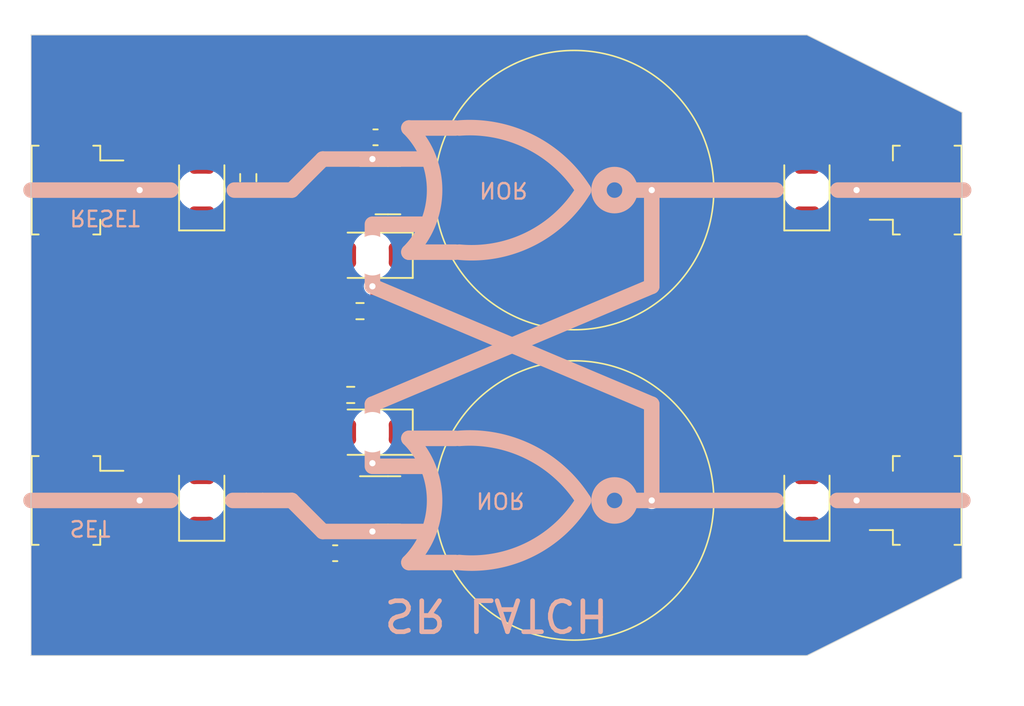
<source format=kicad_pcb>
(kicad_pcb (version 20240108) (generator "pcbnew") (generator_version "8.0")
  (layers (0 "F.Cu" signal) (31 "B.Cu" signal) (34 "B.Paste" user) (35 "F.Paste" user) (36 "B.SilkS" user "B.Silkscreen") (37 "F.SilkS" user "F.Silkscreen") (38 "B.Mask" user) (39 "F.Mask" user) (44 "Edge.Cuts" user))
  (net 0 "")
  (net 1 "GND")
  (net 2 "Net-(D1-A)")
  (net 3 "Net-(D2-A)")
  (net 4 "Net-(D3-A)")
  (net 5 "Net-(D4-A)")
  (net 6 "+5V")
  (net 7 "/~Q")
  (net 8 "/Q")
  (net 9 "/S")
  (net 10 "/R")
  (net 11 "Net-(D5-A)")
  (net 12 "Net-(D6-A)")
  (footprint "Connector_Molex:Molex_PicoBlade_53261-0371_1x03-1MP_P1.25mm_Horizontal" (layer "F.Cu") (at 120.75 115 -90)
    (property "Reference" "J3" (hide yes))
    (property "Value" "Conn_01x03_Male" (hide yes))
    (fp_line (start -2.86 2.71) (end 2.86 2.71) (stroke (width 0.12)) (layer "F.SilkS"))
    (fp_line (start 2.86 2.71) (end 2.86 2.26) (stroke (width 0.12)) (layer "F.SilkS"))
    (fp_line (start -2.86 2.26) (end -2.86 2.71) (stroke (width 0.12)) (layer "F.SilkS"))
    (fp_line (start -2.86 -1.26) (end -2.86 -1.71) (stroke (width 0.12)) (layer "F.SilkS"))
    (fp_line (start 2.86 -1.26) (end 2.86 -1.71) (stroke (width 0.12)) (layer "F.SilkS"))
    (fp_line (start -2.86 -1.71) (end -1.91 -1.71) (stroke (width 0.12)) (layer "F.SilkS"))
    (fp_line (start -1.91 -1.71) (end -1.91 -3.2) (stroke (width 0.12)) (layer "F.SilkS"))
    (fp_line (start 2.86 -1.71) (end 1.91 -1.71) (stroke (width 0.12)) (layer "F.SilkS"))
    (pad "1" smd roundrect (at -1.25 -2.4 270) (size 0.8 1.6) (layers "F.Cu" "F.Paste" "F.Mask") (net 10 "/R"))
    (pad "2" smd roundrect (at 0 -2.4 270) (size 0.8 1.6) (layers "F.Cu" "F.Paste" "F.Mask") (net 1 "GND"))
    (pad "3" smd roundrect (at 1.25 -2.4 270) (size 0.8 1.6) (layers "F.Cu" "F.Paste" "F.Mask") (net 6 "+5V"))
    (pad "MP" smd roundrect (at -3.8 0.5 270) (size 2.1 3) (layers "F.Cu" "F.Paste" "F.Mask") (roundrect_rratio 0.119048))
    (pad "MP" smd roundrect (at 3.8 0.5 270) (size 2.1 3) (layers "F.Cu" "F.Paste" "F.Mask") (roundrect_rratio 0.119048))
  )
  (footprint "Connector_Molex:Molex_PicoBlade_53261-0371_1x03-1MP_P1.25mm_Horizontal" (layer "F.Cu") (at 120.75 95 -90)
    (property "Reference" "J1" (hide yes))
    (property "Value" "Conn_01x03_Male" (hide yes))
    (fp_line (start -2.86 2.71) (end 2.86 2.71) (stroke (width 0.12)) (layer "F.SilkS"))
    (fp_line (start 2.86 2.71) (end 2.86 2.26) (stroke (width 0.12)) (layer "F.SilkS"))
    (fp_line (start -2.86 2.26) (end -2.86 2.71) (stroke (width 0.12)) (layer "F.SilkS"))
    (fp_line (start -2.86 -1.26) (end -2.86 -1.71) (stroke (width 0.12)) (layer "F.SilkS"))
    (fp_line (start 2.86 -1.26) (end 2.86 -1.71) (stroke (width 0.12)) (layer "F.SilkS"))
    (fp_line (start -2.86 -1.71) (end -1.91 -1.71) (stroke (width 0.12)) (layer "F.SilkS"))
    (fp_line (start -1.91 -1.71) (end -1.91 -3.2) (stroke (width 0.12)) (layer "F.SilkS"))
    (fp_line (start 2.86 -1.71) (end 1.91 -1.71) (stroke (width 0.12)) (layer "F.SilkS"))
    (pad "1" smd roundrect (at -1.25 -2.4 270) (size 0.8 1.6) (layers "F.Cu" "F.Paste" "F.Mask") (net 9 "/S"))
    (pad "2" smd roundrect (at 0 -2.4 270) (size 0.8 1.6) (layers "F.Cu" "F.Paste" "F.Mask") (net 1 "GND"))
    (pad "3" smd roundrect (at 1.25 -2.4 270) (size 0.8 1.6) (layers "F.Cu" "F.Paste" "F.Mask") (net 6 "+5V"))
    (pad "MP" smd roundrect (at -3.8 0.5 270) (size 2.1 3) (layers "F.Cu" "F.Paste" "F.Mask") (roundrect_rratio 0.1190480952))
    (pad "MP" smd roundrect (at 3.8 0.5 270) (size 2.1 3) (layers "F.Cu" "F.Paste" "F.Mask") (roundrect_rratio 0.1190480952))
  )
  (footprint "Resistor_SMD:R_0603_1608Metric" (layer "F.Cu") (at 139.2 102.8 180)
    (property "Reference" "R6" (hide yes))
    (property "Value" "330" (hide yes))
    (fp_line (start -0.237258 0.5225) (end 0.237258 0.5225) (stroke (width 0.12)) (layer "F.SilkS"))
    (fp_line (start -0.237258 -0.5225) (end 0.237258 -0.5225) (stroke (width 0.12)) (layer "F.SilkS"))
    (pad "1" smd roundrect (at -0.825 0 180) (size 0.8 0.95) (layers "F.Cu" "F.Paste" "F.Mask") (net 7 "/~Q"))
    (pad "2" smd roundrect (at 0.825 0 180) (size 0.8 0.95) (layers "F.Cu" "F.Paste" "F.Mask") (net 12 "Net-(D6-A)"))
  )
  (footprint "shurik-personal:LITE_ON_LTST_C230TBKT-LED_1206_3216Metric_ReverseMount" (layer "F.Cu") (at 140 99.2 180)
    (property "Reference" "D6" (hide yes))
    (property "Value" "LED" (hide yes))
    (fp_line (start 1.6 -1.46) (end -2.6 -1.46) (stroke (width 0.12)) (layer "F.SilkS"))
    (fp_line (start -2.6 1.46) (end 1.6 1.46) (stroke (width 0.12)) (layer "F.SilkS"))
    (fp_line (start -2.6 -1.46) (end -2.6 1.46) (stroke (width 0.12)) (layer "F.SilkS"))
    (pad "" np_thru_hole oval (at 0 0 180) (size 2.1 2.6) (drill oval 2.1 2.6) (layers "F&B.Cu" "*.Mask"))
    (pad "1" smd roundrect (at -1.8 0 180) (size 1.5 1.6) (layers "F.Cu" "F.Paste" "F.Mask") (roundrect_rratio 0.2) (net 1 "GND"))
    (pad "2" smd roundrect (at 1.8 0 180) (size 1.5 1.6) (layers "F.Cu" "F.Paste" "F.Mask") (roundrect_rratio 0.2) (net 12 "Net-(D6-A)"))
  )
  (footprint "Connector_Molex:Molex_PicoBlade_53261-0371_1x03-1MP_P1.25mm_Horizontal" (layer "F.Cu") (at 175.25 95 90)
    (property "Reference" "J4" (hide yes))
    (property "Value" "Conn_01x03_Male" (hide yes))
    (fp_line (start 2.86 -1.71) (end 1.91 -1.71) (stroke (width 0.12)) (layer "F.SilkS"))
    (fp_line (start -1.91 -1.71) (end -1.91 -3.2) (stroke (width 0.12)) (layer "F.SilkS"))
    (fp_line (start -2.86 -1.71) (end -1.91 -1.71) (stroke (width 0.12)) (layer "F.SilkS"))
    (fp_line (start 2.86 -1.26) (end 2.86 -1.71) (stroke (width 0.12)) (layer "F.SilkS"))
    (fp_line (start -2.86 -1.26) (end -2.86 -1.71) (stroke (width 0.12)) (layer "F.SilkS"))
    (fp_line (start -2.86 2.26) (end -2.86 2.71) (stroke (width 0.12)) (layer "F.SilkS"))
    (fp_line (start 2.86 2.71) (end 2.86 2.26) (stroke (width 0.12)) (layer "F.SilkS"))
    (fp_line (start -2.86 2.71) (end 2.86 2.71) (stroke (width 0.12)) (layer "F.SilkS"))
    (pad "1" smd roundrect (at -1.25 -2.4 90) (size 0.8 1.6) (layers "F.Cu" "F.Paste" "F.Mask") (net 8 "/Q"))
    (pad "2" smd roundrect (at 0 -2.4 90) (size 0.8 1.6) (layers "F.Cu" "F.Paste" "F.Mask") (net 1 "GND"))
    (pad "3" smd roundrect (at 1.25 -2.4 90) (size 0.8 1.6) (layers "F.Cu" "F.Paste" "F.Mask") (net 6 "+5V"))
    (pad "MP" smd roundrect (at -3.8 0.5 90) (size 2.1 3) (layers "F.Cu" "F.Paste" "F.Mask") (roundrect_rratio 0.1190480952))
    (pad "MP" smd roundrect (at 3.8 0.5 90) (size 2.1 3) (layers "F.Cu" "F.Paste" "F.Mask") (roundrect_rratio 0.1190480952))
  )
  (footprint "Connector_Molex:Molex_PicoBlade_53261-0371_1x03-1MP_P1.25mm_Horizontal" (layer "F.Cu") (at 175.25 115 90)
    (property "Reference" "J2" (hide yes))
    (property "Value" "Conn_01x03_Male" (hide yes))
    (fp_line (start 2.86 -1.71) (end 1.91 -1.71) (stroke (width 0.12)) (layer "F.SilkS"))
    (fp_line (start -1.91 -1.71) (end -1.91 -3.2) (stroke (width 0.12)) (layer "F.SilkS"))
    (fp_line (start -2.86 -1.71) (end -1.91 -1.71) (stroke (width 0.12)) (layer "F.SilkS"))
    (fp_line (start 2.86 -1.26) (end 2.86 -1.71) (stroke (width 0.12)) (layer "F.SilkS"))
    (fp_line (start -2.86 -1.26) (end -2.86 -1.71) (stroke (width 0.12)) (layer "F.SilkS"))
    (fp_line (start -2.86 2.26) (end -2.86 2.71) (stroke (width 0.12)) (layer "F.SilkS"))
    (fp_line (start 2.86 2.71) (end 2.86 2.26) (stroke (width 0.12)) (layer "F.SilkS"))
    (fp_line (start -2.86 2.71) (end 2.86 2.71) (stroke (width 0.12)) (layer "F.SilkS"))
    (pad "1" smd roundrect (at -1.25 -2.4 90) (size 0.8 1.6) (layers "F.Cu" "F.Paste" "F.Mask") (net 7 "/~Q"))
    (pad "2" smd roundrect (at 0 -2.4 90) (size 0.8 1.6) (layers "F.Cu" "F.Paste" "F.Mask") (net 1 "GND"))
    (pad "3" smd roundrect (at 1.25 -2.4 90) (size 0.8 1.6) (layers "F.Cu" "F.Paste" "F.Mask") (net 6 "+5V"))
    (pad "MP" smd roundrect (at -3.8 0.5 90) (size 2.1 3) (layers "F.Cu" "F.Paste" "F.Mask") (roundrect_rratio 0.119048))
    (pad "MP" smd roundrect (at 3.8 0.5 90) (size 2.1 3) (layers "F.Cu" "F.Paste" "F.Mask") (roundrect_rratio 0.119048))
  )
  (footprint "Resistor_SMD:R_0603_1608Metric" (layer "F.Cu") (at 138.6 108.2 180)
    (property "Reference" "R5" (hide yes))
    (property "Value" "330" (hide yes))
    (fp_line (start -0.237258 0.5225) (end 0.237258 0.5225) (stroke (width 0.12)) (layer "F.SilkS"))
    (fp_line (start -0.237258 -0.5225) (end 0.237258 -0.5225) (stroke (width 0.12)) (layer "F.SilkS"))
    (pad "1" smd roundrect (at -0.825 0 180) (size 0.8 0.95) (layers "F.Cu" "F.Paste" "F.Mask") (net 8 "/Q"))
    (pad "2" smd roundrect (at 0.825 0 180) (size 0.8 0.95) (layers "F.Cu" "F.Paste" "F.Mask") (net 11 "Net-(D5-A)"))
  )
  (footprint "shurik-personal:LITE_ON_LTST_C230TBKT-LED_1206_3216Metric_ReverseMount" (layer "F.Cu") (at 168 95 90)
    (property "Reference" "D3" (hide yes))
    (property "Value" "LED" (hide yes))
    (fp_line (start 1.6 -1.46) (end -2.6 -1.46) (stroke (width 0.12)) (layer "F.SilkS"))
    (fp_line (start -2.6 -1.46) (end -2.6 1.46) (stroke (width 0.12)) (layer "F.SilkS"))
    (fp_line (start -2.6 1.46) (end 1.6 1.46) (stroke (width 0.12)) (layer "F.SilkS"))
    (pad "" np_thru_hole oval (at 0 0 90) (size 2.1 2.6) (drill oval 2.1 2.6) (layers "F&B.Cu" "*.Mask"))
    (pad "1" smd roundrect (at -1.8 0 90) (size 1.5 1.6) (layers "F.Cu" "F.Paste" "F.Mask") (roundrect_rratio 0.2) (net 1 "GND"))
    (pad "2" smd roundrect (at 1.8 0 90) (size 1.5 1.6) (layers "F.Cu" "F.Paste" "F.Mask") (roundrect_rratio 0.2) (net 4 "Net-(D3-A)"))
  )
  (footprint "Package_TO_SOT_SMD:SOT-23-5" (layer "F.Cu") (at 141 95)
    (property "Reference" "U1" (hide yes))
    (property "Value" "74LVC1G02" (hide yes))
    (fp_line (start 0 -1.56) (end -1.8 -1.56) (stroke (width 0.12)) (layer "F.SilkS"))
    (fp_line (start 0 -1.56) (end 0.8 -1.56) (stroke (width 0.12)) (layer "F.SilkS"))
    (fp_line (start 0 1.56) (end -0.8 1.56) (stroke (width 0.12)) (layer "F.SilkS"))
    (fp_line (start 0 1.56) (end 0.8 1.56) (stroke (width 0.12)) (layer "F.SilkS"))
    (pad "1" smd roundrect (at -1.1375 -0.95) (size 1.325 0.6) (layers "F.Cu" "F.Paste" "F.Mask") (net 9 "/S"))
    (pad "2" smd roundrect (at -1.1375 0) (size 1.325 0.6) (layers "F.Cu" "F.Paste" "F.Mask") (net 7 "/~Q"))
    (pad "3" smd roundrect (at -1.1375 0.95) (size 1.325 0.6) (layers "F.Cu" "F.Paste" "F.Mask") (net 1 "GND"))
    (pad "4" smd roundrect (at 1.1375 0.95) (size 1.325 0.6) (layers "F.Cu" "F.Paste" "F.Mask") (net 8 "/Q"))
    (pad "5" smd roundrect (at 1.1375 -0.95) (size 1.325 0.6) (layers "F.Cu" "F.Paste" "F.Mask") (net 6 "+5V"))
  )
  (footprint "Resistor_SMD:R_0603_1608Metric" (layer "F.Cu") (at 165 95 90)
    (property "Reference" "R3" (hide yes))
    (property "Value" "330" (hide yes))
    (fp_line (start -0.237258 -0.5225) (end 0.237258 -0.5225) (stroke (width 0.12)) (layer "F.SilkS"))
    (fp_line (start -0.237258 0.5225) (end 0.237258 0.5225) (stroke (width 0.12)) (layer "F.SilkS"))
    (pad "1" smd roundrect (at -0.825 0 90) (size 0.8 0.95) (layers "F.Cu" "F.Paste" "F.Mask") (net 8 "/Q"))
    (pad "2" smd roundrect (at 0.825 0 90) (size 0.8 0.95) (layers "F.Cu" "F.Paste" "F.Mask") (net 4 "Net-(D3-A)"))
  )
  (footprint "shurik-personal:LITE_ON_LTST_C230TBKT-LED_1206_3216Metric_ReverseMount" (layer "F.Cu") (at 129 95 90)
    (property "Reference" "D1" (hide yes))
    (property "Value" "LED" (hide yes))
    (fp_line (start 1.6 -1.46) (end -2.6 -1.46) (stroke (width 0.12)) (layer "F.SilkS"))
    (fp_line (start -2.6 -1.46) (end -2.6 1.46) (stroke (width 0.12)) (layer "F.SilkS"))
    (fp_line (start -2.6 1.46) (end 1.6 1.46) (stroke (width 0.12)) (layer "F.SilkS"))
    (pad "" np_thru_hole oval (at 0 0 90) (size 2.1 2.6) (drill oval 2.1 2.6) (layers "F&B.Cu" "*.Mask"))
    (pad "1" smd roundrect (at -1.8 0 90) (size 1.5 1.6) (layers "F.Cu" "F.Paste" "F.Mask") (roundrect_rratio 0.2) (net 1 "GND"))
    (pad "2" smd roundrect (at 1.8 0 90) (size 1.5 1.6) (layers "F.Cu" "F.Paste" "F.Mask") (roundrect_rratio 0.2) (net 2 "Net-(D1-A)"))
  )
  (footprint "shurik-personal:LITE_ON_LTST_C230TBKT-LED_1206_3216Metric_ReverseMount" (layer "F.Cu") (at 129 115 90)
    (property "Reference" "D4" (hide yes))
    (property "Value" "LED" (hide yes))
    (fp_line (start 1.6 -1.46) (end -2.6 -1.46) (stroke (width 0.12)) (layer "F.SilkS"))
    (fp_line (start -2.6 -1.46) (end -2.6 1.46) (stroke (width 0.12)) (layer "F.SilkS"))
    (fp_line (start -2.6 1.46) (end 1.6 1.46) (stroke (width 0.12)) (layer "F.SilkS"))
    (pad "" np_thru_hole oval (at 0 0 90) (size 2.1 2.6) (drill oval 2.1 2.6) (layers "F&B.Cu" "*.Mask"))
    (pad "1" smd roundrect (at -1.8 0 90) (size 1.5 1.6) (layers "F.Cu" "F.Paste" "F.Mask") (roundrect_rratio 0.2) (net 1 "GND"))
    (pad "2" smd roundrect (at 1.8 0 90) (size 1.5 1.6) (layers "F.Cu" "F.Paste" "F.Mask") (roundrect_rratio 0.2) (net 5 "Net-(D4-A)"))
  )
  (footprint "Resistor_SMD:R_0603_1608Metric" (layer "F.Cu") (at 132.4 114.8 -90)
    (property "Reference" "R4" (hide yes))
    (property "Value" "330" (hide yes))
    (fp_line (start -0.237258 0.5225) (end 0.237258 0.5225) (stroke (width 0.12)) (layer "F.SilkS"))
    (fp_line (start -0.237258 -0.5225) (end 0.237258 -0.5225) (stroke (width 0.12)) (layer "F.SilkS"))
    (pad "1" smd roundrect (at -0.825 0 270) (size 0.8 0.95) (layers "F.Cu" "F.Paste" "F.Mask") (net 10 "/R"))
    (pad "2" smd roundrect (at 0.825 0 270) (size 0.8 0.95) (layers "F.Cu" "F.Paste" "F.Mask") (net 5 "Net-(D4-A)"))
  )
  (footprint "shurik-personal:LITE_ON_LTST_C230TBKT-LED_1206_3216Metric_ReverseMount" (layer "F.Cu") (at 140 110.6 180)
    (property "Reference" "D5" (hide yes))
    (property "Value" "LED" (hide yes))
    (fp_line (start 1.6 -1.46) (end -2.6 -1.46) (stroke (width 0.12)) (layer "F.SilkS"))
    (fp_line (start -2.6 1.46) (end 1.6 1.46) (stroke (width 0.12)) (layer "F.SilkS"))
    (fp_line (start -2.6 -1.46) (end -2.6 1.46) (stroke (width 0.12)) (layer "F.SilkS"))
    (pad "" np_thru_hole oval (at 0 0 180) (size 2.1 2.6) (drill oval 2.1 2.6) (layers "F&B.Cu" "*.Mask"))
    (pad "1" smd roundrect (at -1.8 0 180) (size 1.5 1.6) (layers "F.Cu" "F.Paste" "F.Mask") (roundrect_rratio 0.2) (net 1 "GND"))
    (pad "2" smd roundrect (at 1.8 0 180) (size 1.5 1.6) (layers "F.Cu" "F.Paste" "F.Mask") (roundrect_rratio 0.2) (net 11 "Net-(D5-A)"))
  )
  (footprint "Capacitor_SMD:C_0603_1608Metric" (layer "F.Cu") (at 140.2 91.6 180)
    (property "Reference" "C1" (hide yes))
    (property "Value" "100nF" (hide yes))
    (fp_line (start -0.14058 0.51) (end 0.14058 0.51) (stroke (width 0.12)) (layer "F.SilkS"))
    (fp_line (start -0.14058 -0.51) (end 0.14058 -0.51) (stroke (width 0.12)) (layer "F.SilkS"))
    (pad "1" smd roundrect (at -0.775 0 180) (size 0.9 0.95) (layers "F.Cu" "F.Paste" "F.Mask") (net 6 "+5V"))
    (pad "2" smd roundrect (at 0.775 0 180) (size 0.9 0.95) (layers "F.Cu" "F.Paste" "F.Mask") (net 1 "GND"))
  )
  (footprint "shurik-personal:LITE_ON_LTST_C230TBKT-LED_1206_3216Metric_ReverseMount" (layer "F.Cu") (at 168 115 90)
    (property "Reference" "D2" (hide yes))
    (property "Value" "LED" (hide yes))
    (fp_line (start 1.6 -1.46) (end -2.6 -1.46) (stroke (width 0.12)) (layer "F.SilkS"))
    (fp_line (start -2.6 -1.46) (end -2.6 1.46) (stroke (width 0.12)) (layer "F.SilkS"))
    (fp_line (start -2.6 1.46) (end 1.6 1.46) (stroke (width 0.12)) (layer "F.SilkS"))
    (pad "" np_thru_hole oval (at 0 0 90) (size 2.1 2.6) (drill oval 2.1 2.6) (layers "F&B.Cu" "*.Mask"))
    (pad "1" smd roundrect (at -1.8 0 90) (size 1.5 1.6) (layers "F.Cu" "F.Paste" "F.Mask") (roundrect_rratio 0.2) (net 1 "GND"))
    (pad "2" smd roundrect (at 1.8 0 90) (size 1.5 1.6) (layers "F.Cu" "F.Paste" "F.Mask") (roundrect_rratio 0.2) (net 3 "Net-(D2-A)"))
  )
  (footprint "Capacitor_SMD:C_0603_1608Metric" (layer "F.Cu") (at 137.6 118.4)
    (property "Reference" "C2" (hide yes))
    (property "Value" "100nF" (hide yes))
    (fp_line (start -0.14058 -0.51) (end 0.14058 -0.51) (stroke (width 0.12)) (layer "F.SilkS"))
    (fp_line (start -0.14058 0.51) (end 0.14058 0.51) (stroke (width 0.12)) (layer "F.SilkS"))
    (pad "1" smd roundrect (at -0.775 0) (size 0.9 0.95) (layers "F.Cu" "F.Paste" "F.Mask") (net 6 "+5V"))
    (pad "2" smd roundrect (at 0.775 0) (size 0.9 0.95) (layers "F.Cu" "F.Paste" "F.Mask") (net 1 "GND"))
  )
  (footprint "Resistor_SMD:R_0603_1608Metric" (layer "F.Cu") (at 132 94.2 -90)
    (property "Reference" "R1" (hide yes))
    (property "Value" "330" (hide yes))
    (fp_line (start -0.237258 0.5225) (end 0.237258 0.5225) (stroke (width 0.12)) (layer "F.SilkS"))
    (fp_line (start -0.237258 -0.5225) (end 0.237258 -0.5225) (stroke (width 0.12)) (layer "F.SilkS"))
    (pad "1" smd roundrect (at -0.825 0 270) (size 0.8 0.95) (layers "F.Cu" "F.Paste" "F.Mask") (net 9 "/S"))
    (pad "2" smd roundrect (at 0.825 0 270) (size 0.8 0.95) (layers "F.Cu" "F.Paste" "F.Mask") (net 2 "Net-(D1-A)"))
  )
  (footprint "Package_TO_SOT_SMD:SOT-23-5" (layer "F.Cu") (at 141 115)
    (property "Reference" "U2" (hide yes))
    (property "Value" "74LVC1G02" (hide yes))
    (fp_line (start 0 -1.56) (end -1.8 -1.56) (stroke (width 0.12)) (layer "F.SilkS"))
    (fp_line (start 0 -1.56) (end 0.8 -1.56) (stroke (width 0.12)) (layer "F.SilkS"))
    (fp_line (start 0 1.56) (end -0.8 1.56) (stroke (width 0.12)) (layer "F.SilkS"))
    (fp_line (start 0 1.56) (end 0.8 1.56) (stroke (width 0.12)) (layer "F.SilkS"))
    (pad "1" smd roundrect (at -1.1375 -0.95) (size 1.325 0.6) (layers "F.Cu" "F.Paste" "F.Mask") (net 8 "/Q"))
    (pad "2" smd roundrect (at -1.1375 0) (size 1.325 0.6) (layers "F.Cu" "F.Paste" "F.Mask") (net 10 "/R"))
    (pad "3" smd roundrect (at -1.1375 0.95) (size 1.325 0.6) (layers "F.Cu" "F.Paste" "F.Mask") (net 1 "GND"))
    (pad "4" smd roundrect (at 1.1375 0.95) (size 1.325 0.6) (layers "F.Cu" "F.Paste" "F.Mask") (net 7 "/~Q"))
    (pad "5" smd roundrect (at 1.1375 -0.95) (size 1.325 0.6) (layers "F.Cu" "F.Paste" "F.Mask") (net 6 "+5V"))
  )
  (footprint "Resistor_SMD:R_0603_1608Metric" (layer "F.Cu") (at 165.2 115 90)
    (property "Reference" "R2" (hide yes))
    (property "Value" "330" (hide yes))
    (fp_line (start -0.237258 -0.5225) (end 0.237258 -0.5225) (stroke (width 0.12)) (layer "F.SilkS"))
    (fp_line (start -0.237258 0.5225) (end 0.237258 0.5225) (stroke (width 0.12)) (layer "F.SilkS"))
    (pad "1" smd roundrect (at -0.825 0 90) (size 0.8 0.95) (layers "F.Cu" "F.Paste" "F.Mask") (net 7 "/~Q"))
    (pad "2" smd roundrect (at 0.825 0 90) (size 0.8 0.95) (layers "F.Cu" "F.Paste" "F.Mask") (net 3 "Net-(D2-A)"))
  )
  (gr_line (start 134.8 115) (end 131 115) (stroke (width 1)) (layer "B.SilkS"))
  (gr_line (start 136.8 93) (end 143.4 93) (stroke (width 1)) (layer "B.SilkS"))
  (gr_line (start 166 115) (end 157 115) (stroke (width 1)) (layer "B.SilkS"))
  (gr_arc (start 145.6 91) (mid 150.154649 91.890702) (end 153.6 95) (stroke (width 1)) (layer "B.SilkS"))
  (gr_line (start 140 108.8) (end 140 112.8) (stroke (width 1)) (layer "B.SilkS"))
  (gr_line (start 142.35 119) (end 145.35 119) (stroke (width 1)) (layer "B.SilkS"))
  (gr_line (start 140.2 97.2) (end 143.3 97.2) (stroke (width 1)) (layer "B.SilkS"))
  (gr_line (start 136.8 93) (end 134.8 95) (stroke (width 1)) (layer "B.SilkS"))
  (gr_line (start 136.8 117) (end 134.8 115) (stroke (width 1)) (layer "B.SilkS"))
  (gr_line (start 158 95) (end 158 101.2) (stroke (width 1)) (layer "B.SilkS"))
  (gr_arc (start 145.6 111) (mid 150.154649 111.890702) (end 153.6 115) (stroke (width 1)) (layer "B.SilkS"))
  (gr_line (start 166 95) (end 157 95) (stroke (width 1)) (layer "B.SilkS"))
  (gr_line (start 131.1 95) (end 134.8 95) (stroke (width 1)) (layer "B.SilkS"))
  (gr_circle (center 155.6 95) (end 156.6 95) (stroke (width 1)) (fill none) (layer "B.SilkS"))
  (gr_line (start 140 108.8) (end 158 101.2) (stroke (width 1)) (layer "B.SilkS"))
  (gr_line (start 118 115) (end 127 115) (stroke (width 1)) (layer "B.SilkS"))
  (gr_line (start 140.1 112.8) (end 143.2 112.8) (stroke (width 1)) (layer "B.SilkS"))
  (gr_arc (start 153.6 95) (mid 150.173497 98.147009) (end 145.6 99) (stroke (width 1)) (layer "B.SilkS"))
  (gr_arc (start 142.35 111) (mid 144.006854 115) (end 142.35 119) (stroke (width 1)) (layer "B.SilkS"))
  (gr_line (start 142.35 91) (end 145.35 91) (stroke (width 1)) (layer "B.SilkS"))
  (gr_line (start 140 101.2) (end 158 108.8) (stroke (width 1)) (layer "B.SilkS"))
  (gr_arc (start 142.35 91) (mid 144.006854 95) (end 142.35 99) (stroke (width 1)) (layer "B.SilkS"))
  (gr_line (start 158 108.8) (end 158 115) (stroke (width 1)) (layer "B.SilkS"))
  (gr_line (start 142.35 111) (end 145.35 111) (stroke (width 1)) (layer "B.SilkS"))
  (gr_line (start 136.8 117) (end 143.4 117) (stroke (width 1)) (layer "B.SilkS"))
  (gr_arc (start 153.6 115) (mid 150.173503 118.147006) (end 145.6 119) (stroke (width 1)) (layer "B.SilkS"))
  (gr_line (start 142.35 99) (end 145.35 99) (stroke (width 1)) (layer "B.SilkS"))
  (gr_line (start 178.05 115) (end 169.95 115) (stroke (width 1)) (layer "B.SilkS"))
  (gr_line (start 127 95) (end 118 95) (stroke (width 1)) (layer "B.SilkS"))
  (gr_line (start 140 97.2) (end 140 101.2) (stroke (width 1)) (layer "B.SilkS"))
  (gr_line (start 178.1 95) (end 170 95) (stroke (width 1)) (layer "B.SilkS"))
  (gr_circle (center 155.6 115) (end 156.6 115) (stroke (width 1)) (fill none) (layer "B.SilkS"))
  (gr_circle (center 153 115) (end 162 115) (stroke (width 0.1)) (fill none) (layer "F.SilkS"))
  (gr_circle (center 153 95) (end 162 95) (stroke (width 0.1)) (fill none) (layer "F.SilkS"))
  (gr_line (start 168 85) (end 118 85) (stroke (width 0.05)) (layer "Edge.Cuts"))
  (gr_line (start 178 90) (end 168 85) (stroke (width 0.05)) (layer "Edge.Cuts"))
  (gr_line (start 118 125) (end 168 125) (stroke (width 0.05)) (layer "Edge.Cuts"))
  (gr_line (start 168 125) (end 178 120) (stroke (width 0.05)) (layer "Edge.Cuts"))
  (gr_line (start 118 85) (end 118 125) (stroke (width 0.05)) (layer "Edge.Cuts"))
  (gr_line (start 178 120) (end 178 90) (stroke (width 0.05)) (layer "Edge.Cuts"))
  (gr_text "SET" (at 120.4 116.2 180) (layer "B.SilkS") (effects (font (size 1 1)) (justify left bottom mirror)))
  (gr_text "RESET" (at 120.4 96.2 180) (layer "B.SilkS") (effects (font (size 1 1)) (justify left bottom mirror)))
  (gr_text "NOR" (at 146.6 115 180) (layer "B.SilkS") (effects (font (size 1 1)) (justify left mirror)))
  (gr_text "NOR" (at 146.8 95 180) (layer "B.SilkS") (effects (font (size 1 1)) (justify left mirror)))
  (gr_text "SR LATCH" (at 140.6 121.2 180) (layer "B.SilkS") (effects (font (size 2 2) (thickness 0.3)) (justify left bottom mirror)))
  (segment (start 171.2 95) (end 172.85 95) (width 0.3) (layer "F.Cu") (net 1))
  (segment (start 139.8625 95.95) (end 134.85 95.95) (width 0.3) (layer "F.Cu") (net 1))
  (segment (start 125 115) (end 125.2 115) (width 0.3) (layer "F.Cu") (net 1))
  (segment (start 141 112.6) (end 140 112.6) (width 0.3) (layer "F.Cu") (net 1))
  (segment (start 125 95) (end 125.4 95) (width 0.3) (layer "F.Cu") (net 1))
  (segment (start 136 116.8) (end 129 116.8) (width 0.3) (layer "F.Cu") (net 1))
  (segment (start 127.2 96.8) (end 129 96.8) (width 0.3) (layer "F.Cu") (net 1))
  (segment (start 134.85 95.95) (end 134 96.8) (width 0.3) (layer "F.Cu") (net 1))
  (segment (start 141.8 98.2) (end 141.8 99.2) (width 0.3) (layer "F.Cu") (net 1))
  (segment (start 136.85 115.95) (end 136 116.8) (width 0.3) (layer "F.Cu") (net 1))
  (segment (start 169.4 116.8) (end 171.2 115) (width 0.3) (layer "F.Cu") (net 1))
  (segment (start 171.2 115) (end 172.85 115) (width 0.3) (layer "F.Cu") (net 1))
  (segment (start 123.15 115) (end 125 115) (width 0.3) (layer "F.Cu") (net 1))
  (segment (start 139.4 118.4) (end 140 117.8) (width 0.3) (layer "F.Cu") (net 1))
  (segment (start 141.8 111.8) (end 141 112.6) (width 0.3) (layer "F.Cu") (net 1))
  (segment (start 168 116.8) (end 169.4 116.8) (width 0.3) (layer "F.Cu") (net 1))
  (segment (start 139.425 91.6) (end 139.425 92.425) (width 0.3) (layer "F.Cu") (net 1))
  (segment (start 134 96.8) (end 129 96.8) (width 0.3) (layer "F.Cu") (net 1))
  (segment (start 139.8625 96.2625) (end 141.8 98.2) (width 0.3) (layer "F.Cu") (net 1))
  (segment (start 125.2 115) (end 127 116.8) (width 0.3) (layer "F.Cu") (net 1))
  (segment (start 169.4 96.8) (end 171.2 95) (width 0.3) (layer "F.Cu") (net 1))
  (segment (start 138.375 118.4) (end 139.4 118.4) (width 0.3) (layer "F.Cu") (net 1))
  (segment (start 168 96.8) (end 169.4 96.8) (width 0.3) (layer "F.Cu") (net 1))
  (segment (start 139.8625 115.95) (end 136.85 115.95) (width 0.3) (layer "F.Cu") (net 1))
  (segment (start 141.8 110.6) (end 141.8 111.8) (width 0.3) (layer "F.Cu") (net 1))
  (segment (start 123.15 95) (end 125 95) (width 0.3) (layer "F.Cu") (net 1))
  (segment (start 125.4 95) (end 127.2 96.8) (width 0.3) (layer "F.Cu") (net 1))
  (segment (start 140 117.8) (end 140 117) (width 0.3) (layer "F.Cu") (net 1))
  (segment (start 139.425 92.425) (end 140 93) (width 0.3) (layer "F.Cu") (net 1))
  (segment (start 139.8625 95.95) (end 139.8625 96.2625) (width 0.3) (layer "F.Cu") (net 1))
  (segment (start 127 116.8) (end 129 116.8) (width 0.3) (layer "F.Cu") (net 1))
  (via (at 171.2 95) (size 0.8) (drill 0.4) (layers "F.Cu" "B.Cu") (net 1))
  (via (at 171.2 115) (size 0.8) (drill 0.4) (layers "F.Cu" "B.Cu") (net 1))
  (via (at 140 117) (size 0.8) (drill 0.4) (layers "F.Cu" "B.Cu") (net 1))
  (via (at 140 93) (size 0.8) (drill 0.4) (layers "F.Cu" "B.Cu") (net 1))
  (via (at 125 115) (size 0.8) (drill 0.4) (layers "F.Cu" "B.Cu") (net 1))
  (via (at 125 95) (size 0.8) (drill 0.4) (layers "F.Cu" "B.Cu") (net 1))
  (via (at 158 95) (size 0.8) (drill 0.4) (layers "F.Cu" "B.Cu") (net 1))
  (via (at 140 112.6) (size 0.8) (drill 0.4) (layers "F.Cu" "B.Cu") (net 1))
  (segment (start 130 93.2) (end 131.825 95.025) (width 0.3) (layer "F.Cu") (net 2))
  (segment (start 129 93.2) (end 130 93.2) (width 0.3) (layer "F.Cu") (net 2))
  (segment (start 165.2 114.175) (end 165.2 113.8) (width 0.3) (layer "F.Cu") (net 3))
  (segment (start 165.8 113.2) (end 168 113.2) (width 0.3) (layer "F.Cu") (net 3))
  (segment (start 165.2 113.8) (end 165.8 113.2) (width 0.3) (layer "F.Cu") (net 3))
  (segment (start 165.4 93.2) (end 168 93.2) (width 0.3) (layer "F.Cu") (net 4))
  (segment (start 165 94.175) (end 165 93.6) (width 0.3) (layer "F.Cu") (net 4))
  (segment (start 165 93.6) (end 165.4 93.2) (width 0.3) (layer "F.Cu") (net 4))
  (segment (start 131 113.8) (end 131 115) (width 0.3) (layer "F.Cu") (net 5))
  (segment (start 131.625 115.625) (end 132.4 115.625) (width 0.3) (layer "F.Cu") (net 5))
  (segment (start 130.4 113.2) (end 131 113.8) (width 0.3) (layer "F.Cu") (net 5))
  (segment (start 131 115) (end 131.625 115.625) (width 0.3) (layer "F.Cu") (net 5))
  (segment (start 129 113.2) (end 130.4 113.2) (width 0.3) (layer "F.Cu") (net 5))
  (segment (start 121.4 95.6) (end 121.4 93.2) (width 0.3) (layer "F.Cu") (net 6))
  (segment (start 142.1375 90.4625) (end 142.2 90.4) (width 0.3) (layer "F.Cu") (net 6))
  (segment (start 139.2 120.2) (end 141 118.4) (width 0.3) (layer "F.Cu") (net 6))
  (segment (start 140.975 91.6) (end 142.1375 91.6) (width 0.3) (layer "F.Cu") (net 6))
  (segment (start 123.15 111.65) (end 121.4 113.4) (width 0.3) (layer "F.Cu") (net 6))
  (segment (start 172.85 111.75) (end 169.7 108.6) (width 0.3) (layer "F.Cu") (net 6))
  (segment (start 142.1375 91.6) (end 142.1375 90.4625) (width 0.3) (layer "F.Cu") (net 6))
  (segment (start 122.05 96.25) (end 121.4 95.6) (width 0.3) (layer "F.Cu") (net 6))
  (segment (start 142.1375 94.05) (end 142.1375 91.6) (width 0.3) (layer "F.Cu") (net 6))
  (segment (start 123.15 117.35) (end 126 120.2) (width 0.3) (layer "F.Cu") (net 6))
  (segment (start 136.825 118.4) (end 136.825 120.175) (width 0.3) (layer "F.Cu") (net 6))
  (segment (start 124.2 90.4) (end 142.2 90.4) (width 0.3) (layer "F.Cu") (net 6))
  (segment (start 126 120.2) (end 136.8 120.2) (width 0.3) (layer "F.Cu") (net 6))
  (segment (start 123.15 96.25) (end 123.15 111.65) (width 0.3) (layer "F.Cu") (net 6))
  (segment (start 172.85 113.75) (end 172.85 111.75) (width 0.3) (layer "F.Cu") (net 6))
  (segment (start 136.825 120.175) (end 136.8 120.2) (width 0.3) (layer "F.Cu") (net 6))
  (segment (start 121.4 113.4) (end 121.4 115.4) (width 0.3) (layer "F.Cu") (net 6))
  (segment (start 169.7 108.6) (end 149.4 108.6) (width 0.3) (layer "F.Cu") (net 6))
  (segment (start 172.85 93.75) (end 172.85 92.25) (width 0.3) (layer "F.Cu") (net 6))
  (segment (start 121.4 93.2) (end 124.2 90.4) (width 0.3) (layer "F.Cu") (net 6))
  (segment (start 141 115.1875) (end 142.1375 114.05) (width 0.3) (layer "F.Cu") (net 6))
  (segment (start 123.15 96.25) (end 122.05 96.25) (width 0.3) (layer "F.Cu") (net 6))
  (segment (start 172.85 92.25) (end 171 90.4) (width 0.3) (layer "F.Cu") (net 6))
  (segment (start 149.4 108.6) (end 143.95 114.05) (width 0.3) (layer "F.Cu") (net 6))
  (segment (start 136.8 120.2) (end 139.2 120.2) (width 0.3) (layer "F.Cu") (net 6))
  (segment (start 123.15 116.25) (end 123.15 117.35) (width 0.3) (layer "F.Cu") (net 6))
  (segment (start 141 118.4) (end 141 115.1875) (width 0.3) (layer "F.Cu") (net 6))
  (segment (start 171 90.4) (end 142.2 90.4) (width 0.3) (layer "F.Cu") (net 6))
  (segment (start 122.25 116.25) (end 123.15 116.25) (width 0.3) (layer "F.Cu") (net 6))
  (segment (start 143.95 114.05) (end 142.1375 114.05) (width 0.3) (layer "F.Cu") (net 6))
  (segment (start 121.4 115.4) (end 122.25 116.25) (width 0.3) (layer "F.Cu") (net 6))
  (segment (start 158 115) (end 147.4 115) (width 0.3) (layer "F.Cu") (net 7))
  (segment (start 140.025 102.8) (end 140.025 101.225) (width 0.3) (layer "F.Cu") (net 7))
  (segment (start 165.8 118.4) (end 170.7 118.4) (width 0.3) (layer "F.Cu") (net 7))
  (segment (start 147.4 115) (end 146.45 115.95) (width 0.3) (layer "F.Cu") (net 7))
  (segment (start 141 95.4) (end 141 96.4) (width 0.3) (layer "F.Cu") (net 7))
  (segment (start 143.8 98.2) (end 143.8 100.4) (width 0.3) (layer "F.Cu") (net 7))
  (segment (start 165.2 115.825) (end 165.2 117.8) (width 0.3) (layer "F.Cu") (net 7))
  (segment (start 139.8625 95) (end 140.6 95) (width 0.3) (layer "F.Cu") (net 7))
  (segment (start 165.2 115.825) (end 158.825 115.825) (width 0.3) (layer "F.Cu") (net 7))
  (segment (start 141 96.4) (end 141.6 97) (width 0.3) (layer "F.Cu") (net 7))
  (segment (start 142.6 97) (end 143.8 98.2) (width 0.3) (layer "F.Cu") (net 7))
  (segment (start 146.45 115.95) (end 142.1375 115.95) (width 0.3) (layer "F.Cu") (net 7))
  (segment (start 143 101.2) (end 140 101.2) (width 0.3) (layer "F.Cu") (net 7))
  (segment (start 165.2 117.8) (end 165.8 118.4) (width 0.3) (layer "F.Cu") (net 7))
  (segment (start 140.025 101.225) (end 140 101.2) (width 0.3) (layer "F.Cu") (net 7))
  (segment (start 140.6 95) (end 141 95.4) (width 0.3) (layer "F.Cu") (net 7))
  (segment (start 170.7 118.4) (end 172.85 116.25) (width 0.3) (layer "F.Cu") (net 7))
  (segment (start 143.8 100.4) (end 143 101.2) (width 0.3) (layer "F.Cu") (net 7))
  (segment (start 141.6 97) (end 142.6 97) (width 0.3) (layer "F.Cu") (net 7))
  (segment (start 158.825 115.825) (end 158 115) (width 0.3) (layer "F.Cu") (net 7))
  (via (at 158 115) (size 0.8) (drill 0.4) (layers "F.Cu" "B.Cu") (net 7))
  (via (at 140 101.2) (size 0.8) (drill 0.4) (layers "F.Cu" "B.Cu") (net 7))
  (segment (start 158 115) (end 158 108.8) (width 0.3) (layer "B.Cu") (net 7))
  (segment (start 140 101.2) (end 158 108.8) (width 0.3) (layer "B.Cu") (net 7))
  (segment (start 172.85 99.15) (end 171 101) (width 0.3) (layer "F.Cu") (net 8))
  (segment (start 140.55 114.05) (end 141.6 113) (width 0.3) (layer "F.Cu") (net 8))
  (segment (start 143.8 112.4) (end 143.8 108.2) (width 0.3) (layer "F.Cu") (net 8))
  (segment (start 139.8625 114.05) (end 140.55 114.05) (width 0.3) (layer "F.Cu") (net 8))
  (segment (start 143.2 113) (end 143.8 112.4) (width 0.3) (layer "F.Cu") (net 8))
  (segment (start 165 99.5) (end 165 95.825) (width 0.3) (layer "F.Cu") (net 8))
  (segment (start 166.5 101) (end 165 99.5) (width 0.3) (layer "F.Cu") (net 8))
  (segment (start 143.8 108.2) (end 145.2 108.2) (width 0.3) (layer "F.Cu") (net 8))
  (segment (start 145.6 95.95) (end 142.1375 95.95) (width 0.3) (layer "F.Cu") (net 8))
  (segment (start 161.25 95.95) (end 145.6 95.95) (width 0.3) (layer "F.Cu") (net 8))
  (segment (start 145.6 107.8) (end 145.6 95.95) (width 0.3) (layer "F.Cu") (net 8))
  (segment (start 161.4 95.8) (end 161.25 95.95) (width 0.3) (layer "F.Cu") (net 8))
  (segment (start 171 101) (end 166.5 101) (width 0.3) (layer "F.Cu") (net 8))
  (segment (start 164.975 95.8) (end 161.4 95.8) (width 0.3) (layer "F.Cu") (net 8))
  (segment (start 141.6 113) (end 143.2 113) (width 0.3) (layer "F.Cu") (net 8))
  (segment (start 172.85 96.25) (end 172.85 99.15) (width 0.3) (layer "F.Cu") (net 8))
  (segment (start 139.425 108.2) (end 143.8 108.2) (width 0.3) (layer "F.Cu") (net 8))
  (segment (start 145.2 108.2) (end 145.6 107.8) (width 0.3) (layer "F.Cu") (net 8))
  (segment (start 136.85 94.05) (end 134.2 91.4) (width 0.3) (layer "F.Cu") (net 9))
  (segment (start 124.65 93.75) (end 127 91.4) (width 0.3) (layer "F.Cu") (net 9))
  (segment (start 132 93.375) (end 132 91.4) (width 0.3) (layer "F.Cu") (net 9))
  (segment (start 139.8625 94.05) (end 136.85 94.05) (width 0.3) (layer "F.Cu") (net 9))
  (segment (start 127 91.4) (end 132 91.4) (width 0.3) (layer "F.Cu") (net 9))
  (segment (start 134.2 91.4) (end 132 91.4) (width 0.3) (layer "F.Cu") (net 9))
  (segment (start 123.15 93.75) (end 124.65 93.75) (width 0.3) (layer "F.Cu") (net 9))
  (segment (start 125.05 113.75) (end 127 111.8) (width 0.3) (layer "F.Cu") (net 10))
  (segment (start 132.4 113.975) (end 132.4 111.8) (width 0.3) (layer "F.Cu") (net 10))
  (segment (start 139.8625 115) (end 137.4 115) (width 0.3) (layer "F.Cu") (net 10))
  (segment (start 127 111.8) (end 132.4 111.8) (width 0.3) (layer "F.Cu") (net 10))
  (segment (start 123.15 113.75) (end 125.05 113.75) (width 0.3) (layer "F.Cu") (net 10))
  (segment (start 134.2 111.8) (end 132.4 111.8) (width 0.3) (layer "F.Cu") (net 10))
  (segment (start 137.4 115) (end 134.2 111.8) (width 0.3) (layer "F.Cu") (net 10))
  (segment (start 137.775 108.2) (end 137.775 110.175) (width 0.3) (layer "F.Cu") (net 11))
  (segment (start 138.2 99.2) (end 138.2 102.625) (width 0.3) (layer "F.Cu") (net 12))
  (zone (net 1) (net_name "GND") (layer "B.Cu") (priority 6) (connect_pads (clearance 0.000001)) (min_thickness 0.1) (fill yes (thermal_gap 0.25) (thermal_bridge_width 0.25))
    (polygon (pts (xy 181.25 89) (xy 182 120) (xy 171.25 128.25) (xy 116 128) (xy 116.5 84.5) (xy 169.5 82.75)))
  )
)
</source>
